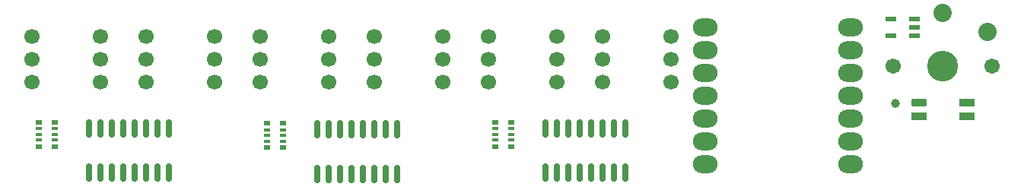
<source format=gbs>
G04 #@! TF.GenerationSoftware,KiCad,Pcbnew,(6.0.6-0)*
G04 #@! TF.CreationDate,2022-09-04T13:15:17-04:00*
G04 #@! TF.ProjectId,dial_toner_mx,6469616c-5f74-46f6-9e65-725f6d782e6b,rev?*
G04 #@! TF.SameCoordinates,Original*
G04 #@! TF.FileFunction,Soldermask,Bot*
G04 #@! TF.FilePolarity,Negative*
%FSLAX46Y46*%
G04 Gerber Fmt 4.6, Leading zero omitted, Abs format (unit mm)*
G04 Created by KiCad (PCBNEW (6.0.6-0)) date 2022-09-04 13:15:17*
%MOMM*%
%LPD*%
G01*
G04 APERTURE LIST*
G04 Aperture macros list*
%AMRoundRect*
0 Rectangle with rounded corners*
0 $1 Rounding radius*
0 $2 $3 $4 $5 $6 $7 $8 $9 X,Y pos of 4 corners*
0 Add a 4 corners polygon primitive as box body*
4,1,4,$2,$3,$4,$5,$6,$7,$8,$9,$2,$3,0*
0 Add four circle primitives for the rounded corners*
1,1,$1+$1,$2,$3*
1,1,$1+$1,$4,$5*
1,1,$1+$1,$6,$7*
1,1,$1+$1,$8,$9*
0 Add four rect primitives between the rounded corners*
20,1,$1+$1,$2,$3,$4,$5,0*
20,1,$1+$1,$4,$5,$6,$7,0*
20,1,$1+$1,$6,$7,$8,$9,0*
20,1,$1+$1,$8,$9,$2,$3,0*%
G04 Aperture macros list end*
%ADD10O,2.748280X1.998980*%
%ADD11C,1.700000*%
%ADD12C,1.701800*%
%ADD13C,0.990600*%
%ADD14C,3.429000*%
%ADD15C,2.032000*%
%ADD16R,0.800000X0.480000*%
%ADD17R,0.800000X0.320000*%
%ADD18R,1.270000X0.558800*%
%ADD19R,1.700000X0.820000*%
%ADD20RoundRect,0.205000X0.645000X0.205000X-0.645000X0.205000X-0.645000X-0.205000X0.645000X-0.205000X0*%
%ADD21RoundRect,0.150000X-0.150000X0.825000X-0.150000X-0.825000X0.150000X-0.825000X0.150000X0.825000X0*%
G04 APERTURE END LIST*
D10*
X183570880Y-121709180D03*
X183570880Y-124249180D03*
X183570880Y-126789180D03*
X183570880Y-129329180D03*
X183570880Y-131869180D03*
X183570880Y-134409180D03*
X183570880Y-136949180D03*
X167406320Y-136949180D03*
X167406320Y-134409180D03*
X167406320Y-131869180D03*
X167406320Y-129329180D03*
X167406320Y-126789180D03*
X167406320Y-124249180D03*
X167406320Y-121709180D03*
D11*
X143256000Y-122682000D03*
X143256000Y-125222000D03*
X143256000Y-127762000D03*
X150876000Y-122682000D03*
X150876000Y-125222000D03*
X150876000Y-127762000D03*
D12*
X188302000Y-125984000D03*
D13*
X188582000Y-130184000D03*
D14*
X193802000Y-125984000D03*
D12*
X199302000Y-125984000D03*
D15*
X193802000Y-120084000D03*
X198802000Y-122184000D03*
D11*
X105156000Y-122682000D03*
X105156000Y-125222000D03*
X105156000Y-127762000D03*
X112776000Y-122682000D03*
X112776000Y-125222000D03*
X112776000Y-127762000D03*
X130556000Y-122682000D03*
X130556000Y-125222000D03*
X130556000Y-127762000D03*
X138176000Y-122682000D03*
X138176000Y-125222000D03*
X138176000Y-127762000D03*
X117856000Y-122682000D03*
X117856000Y-125222000D03*
X117856000Y-127762000D03*
X125476000Y-122682000D03*
X125476000Y-125222000D03*
X125476000Y-127762000D03*
X155956000Y-122682000D03*
X155956000Y-125222000D03*
X155956000Y-127762000D03*
X163576000Y-122682000D03*
X163576000Y-125222000D03*
X163576000Y-127762000D03*
X92456000Y-122682000D03*
X92456000Y-125222000D03*
X92456000Y-127762000D03*
X100076000Y-122682000D03*
X100076000Y-125222000D03*
X100076000Y-127762000D03*
D16*
X145807000Y-132244000D03*
D17*
X145807000Y-132964000D03*
X145807000Y-133604000D03*
X145807000Y-134244000D03*
D16*
X145807000Y-134964000D03*
X144007000Y-134964000D03*
D17*
X144007000Y-134244000D03*
X144007000Y-133604000D03*
X144007000Y-132964000D03*
D16*
X144007000Y-132244000D03*
D18*
X188061600Y-120726200D03*
X188061600Y-122605800D03*
X190652400Y-122605800D03*
X190652400Y-121666000D03*
X190652400Y-120726200D03*
D16*
X120407000Y-132371000D03*
D17*
X120407000Y-133091000D03*
X120407000Y-133731000D03*
X120407000Y-134371000D03*
D16*
X120407000Y-135091000D03*
X118607000Y-135091000D03*
D17*
X118607000Y-134371000D03*
X118607000Y-133731000D03*
X118607000Y-133091000D03*
D16*
X118607000Y-132371000D03*
D19*
X196469000Y-131560000D03*
X196469000Y-130060000D03*
D20*
X191135000Y-130060000D03*
D19*
X191135000Y-131560000D03*
D16*
X95007000Y-132244000D03*
D17*
X95007000Y-132964000D03*
X95007000Y-133604000D03*
X95007000Y-134244000D03*
D16*
X95007000Y-134964000D03*
X93207000Y-134964000D03*
D17*
X93207000Y-134244000D03*
X93207000Y-133604000D03*
X93207000Y-132964000D03*
D16*
X93207000Y-132244000D03*
D21*
X149606000Y-137857000D03*
X150876000Y-137857000D03*
X152146000Y-137857000D03*
X153416000Y-137857000D03*
X154686000Y-137857000D03*
X155956000Y-137857000D03*
X157226000Y-137857000D03*
X158496000Y-137857000D03*
X158496000Y-132907000D03*
X157226000Y-132907000D03*
X155956000Y-132907000D03*
X154686000Y-132907000D03*
X153416000Y-132907000D03*
X152146000Y-132907000D03*
X150876000Y-132907000D03*
X149606000Y-132907000D03*
X124206000Y-133034000D03*
X125476000Y-133034000D03*
X126746000Y-133034000D03*
X128016000Y-133034000D03*
X129286000Y-133034000D03*
X130556000Y-133034000D03*
X131826000Y-133034000D03*
X133096000Y-133034000D03*
X133096000Y-137984000D03*
X131826000Y-137984000D03*
X130556000Y-137984000D03*
X129286000Y-137984000D03*
X128016000Y-137984000D03*
X126746000Y-137984000D03*
X125476000Y-137984000D03*
X124206000Y-137984000D03*
X98806000Y-132907000D03*
X100076000Y-132907000D03*
X101346000Y-132907000D03*
X102616000Y-132907000D03*
X103886000Y-132907000D03*
X105156000Y-132907000D03*
X106426000Y-132907000D03*
X107696000Y-132907000D03*
X107696000Y-137857000D03*
X106426000Y-137857000D03*
X105156000Y-137857000D03*
X103886000Y-137857000D03*
X102616000Y-137857000D03*
X101346000Y-137857000D03*
X100076000Y-137857000D03*
X98806000Y-137857000D03*
M02*

</source>
